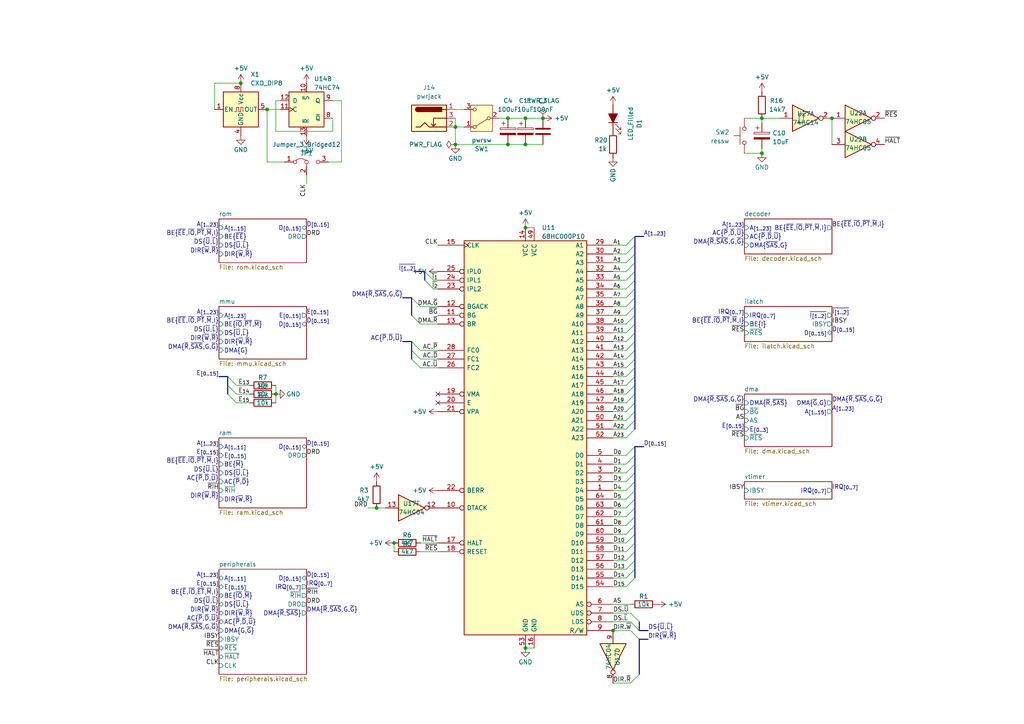
<source format=kicad_sch>
(kicad_sch (version 20250114) (generator "eeschema") (generator_version "9.0")
  (paper "A4")
  (lib_symbols
    (symbol "74xx:74HC14" (pin_names (offset 1.016))
      (property "Reference" "U" (at 0 1.27 0))
      (property "Value" "74HC14" (at 0 -1.27 0))
      (symbol "74HC14_1_0"
        (pin input line (at -7.62 0 0) (length 3.81) (name "~") (number "1"))
        (pin output inverted (at 7.62 0 180) (length 3.81) (name "~") (number "2"))
      )
      (symbol "74HC14_2_0"
        (pin input line (at -7.62 0 0) (length 3.81) (name "~") (number "3"))
        (pin output inverted (at 7.62 0 180) (length 3.81) (name "~") (number "4"))
      )
      (symbol "74HC14_3_0"
        (pin input line (at -7.62 0 0) (length 3.81) (name "~") (number "5"))
        (pin output inverted (at 7.62 0 180) (length 3.81) (name "~") (number "6"))
      )
      (symbol "74HC14_4_0"
        (pin input line (at -7.62 0 0) (length 3.81) (name "~") (number "9"))
        (pin output inverted (at 7.62 0 180) (length 3.81) (name "~") (number "8"))
      )
      (symbol "74HC14_5_0"
        (pin input line (at -7.62 0 0) (length 3.81) (name "~") (number "11"))
        (pin output inverted (at 7.62 0 180) (length 3.81) (name "~") (number "10"))
      )
      (symbol "74HC14_6_0"
        (pin input line (at -7.62 0 0) (length 3.81) (name "~") (number "13"))
        (pin output inverted (at 7.62 0 180) (length 3.81) (name "~") (number "12"))
      )
      (symbol "74HC14_7_0"
        (pin power_in line (at 0 12.7 270) (length 5.08) (name "VCC") (number "14"))
        (pin power_in line (at 0 -12.7 90) (length 5.08) (name "GND") (number "7"))
      )
    )
    (symbol "74xx:74HC74" (pin_names (offset 1.016))
      (property "Reference" "U" (at -7.62 8.89 0))
      (property "Value" "74HC74" (at -7.62 -8.89 0))
      (symbol "74HC74_1_0"
        (pin input line (at -7.62 2.54 0) (length 2.54) (name "D") (number "2"))
        (pin input clock (at -7.62 0 0) (length 2.54) (name "C") (number "3"))
        (pin input line (at 0 7.62 270) (length 2.54) (name "~{S}") (number "4"))
        (pin input line (at 0 -7.62 90) (length 2.54) (name "~{R}") (number "1"))
        (pin output line (at 7.62 2.54 180) (length 2.54) (name "Q") (number "5"))
        (pin output line (at 7.62 -2.54 180) (length 2.54) (name "~{Q}") (number "6"))
      )
      (symbol "74HC74_2_0"
        (pin input line (at -7.62 2.54 0) (length 2.54) (name "D") (number "12"))
        (pin input clock (at -7.62 0 0) (length 2.54) (name "C") (number "11"))
        (pin input line (at 0 7.62 270) (length 2.54) (name "~{S}") (number "10"))
        (pin input line (at 0 -7.62 90) (length 2.54) (name "~{R}") (number "13"))
        (pin output line (at 7.62 2.54 180) (length 2.54) (name "Q") (number "9"))
        (pin output line (at 7.62 -2.54 180) (length 2.54) (name "~{Q}") (number "8"))
      )
      (symbol "74HC74_3_0"
        (pin power_in line (at 0 10.16 270) (length 2.54) (name "VCC") (number "14"))
        (pin power_in line (at 0 -10.16 90) (length 2.54) (name "GND") (number "7"))
      )
    )
    (symbol "74xx:74LS04"
      (property "Reference" "U" (at 0 1.27 0))
      (property "Value" "74LS04" (at 0 -1.27 0))
      (symbol "74LS04_1_0"
        (pin input line (at -7.62 0 0) (length 3.81) (name "~") (number "1"))
        (pin output inverted (at 7.62 0 180) (length 3.81) (name "~") (number "2"))
      )
      (symbol "74LS04_2_0"
        (pin input line (at -7.62 0 0) (length 3.81) (name "~") (number "3"))
        (pin output inverted (at 7.62 0 180) (length 3.81) (name "~") (number "4"))
      )
      (symbol "74LS04_3_0"
        (pin input line (at -7.62 0 0) (length 3.81) (name "~") (number "5"))
        (pin output inverted (at 7.62 0 180) (length 3.81) (name "~") (number "6"))
      )
      (symbol "74LS04_4_0"
        (pin input line (at -7.62 0 0) (length 3.81) (name "~") (number "9"))
        (pin output inverted (at 7.62 0 180) (length 3.81) (name "~") (number "8"))
      )
      (symbol "74LS04_5_0"
        (pin input line (at -7.62 0 0) (length 3.81) (name "~") (number "11"))
        (pin output inverted (at 7.62 0 180) (length 3.81) (name "~") (number "10"))
      )
      (symbol "74LS04_6_0"
        (pin input line (at -7.62 0 0) (length 3.81) (name "~") (number "13"))
        (pin output inverted (at 7.62 0 180) (length 3.81) (name "~") (number "12"))
      )
      (symbol "74LS04_7_0"
        (pin power_in line (at 0 12.7 270) (length 5.08) (name "VCC") (number "14"))
        (pin power_in line (at 0 -12.7 90) (length 5.08) (name "GND") (number "7"))
      )
    )
    (symbol "74xx:74LS05" (pin_names (offset 1.016))
      (property "Reference" "U" (at 0 1.27 0))
      (property "Value" "74LS05" (at 0 -1.27 0))
      (symbol "74LS05_1_0"
        (pin input line (at -7.62 0 0) (length 3.81) (name "~") (number "1"))
        (pin open_collector inverted (at 7.62 0 180) (length 3.81) (name "~") (number "2"))
      )
      (symbol "74LS05_2_0"
        (pin input line (at -7.62 0 0) (length 3.81) (name "~") (number "3"))
        (pin open_collector inverted (at 7.62 0 180) (length 3.81) (name "~") (number "4"))
      )
      (symbol "74LS05_3_0"
        (pin input line (at -7.62 0 0) (length 3.81) (name "~") (number "5"))
        (pin open_collector inverted (at 7.62 0 180) (length 3.81) (name "~") (number "6"))
      )
      (symbol "74LS05_4_0"
        (pin input line (at -7.62 0 0) (length 3.81) (name "~") (number "9"))
        (pin open_collector inverted (at 7.62 0 180) (length 3.81) (name "~") (number "8"))
      )
      (symbol "74LS05_5_0"
        (pin input line (at -7.62 0 0) (length 3.81) (name "~") (number "11"))
        (pin open_collector inverted (at 7.62 0 180) (length 3.81) (name "~") (number "10"))
      )
      (symbol "74LS05_6_0"
        (pin input line (at -7.62 0 0) (length 3.81) (name "~") (number "13"))
        (pin open_collector inverted (at 7.62 0 180) (length 3.81) (name "~") (number "12"))
      )
      (symbol "74LS05_7_0"
        (pin power_in line (at 0 12.7 270) (length 5.08) (name "VCC") (number "14"))
        (pin power_in line (at 0 -12.7 90) (length 5.08) (name "GND") (number "7"))
      )
    )
    (symbol "CPU_NXP_68000:68000D" (pin_names (offset 0.762))
      (property "Reference" "U" (at 0 2.54 0))
      (property "Value" "68000D" (at 0 -3.81 0))
      (symbol "68000D_1_1"
        (pin input clock (at -25.4 55.88 0) (length 7.62) (name "CLK") (number "15"))
        (pin input inverted (at -25.4 48.26 0) (length 7.62) (name "IPL0") (number "25"))
        (pin input inverted (at -25.4 45.72 0) (length 7.62) (name "IPL1") (number "24"))
        (pin input inverted (at -25.4 43.18 0) (length 7.62) (name "IPL2") (number "23"))
        (pin input inverted (at -25.4 38.1 0) (length 7.62) (name "BGACK") (number "12"))
        (pin output inverted (at -25.4 35.56 0) (length 7.62) (name "BG") (number "11"))
        (pin input inverted (at -25.4 33.02 0) (length 7.62) (name "BR") (number "13"))
        (pin output line (at -25.4 25.4 0) (length 7.62) (name "FC0") (number "28"))
        (pin output line (at -25.4 22.86 0) (length 7.62) (name "FC1") (number "27"))
        (pin output line (at -25.4 20.32 0) (length 7.62) (name "FC2") (number "26"))
        (pin output inverted (at -25.4 12.7 0) (length 7.62) (name "VMA") (number "19"))
        (pin output line (at -25.4 10.16 0) (length 7.62) (name "E") (number "20"))
        (pin input inverted (at -25.4 7.62 0) (length 7.62) (name "VPA") (number "21"))
        (pin input inverted (at -25.4 -15.24 0) (length 7.62) (name "BERR") (number "22"))
        (pin input inverted (at -25.4 -20.32 0) (length 7.62) (name "DTACK") (number "10"))
        (pin bidirectional inverted (at -25.4 -30.48 0) (length 7.62) (name "HALT") (number "17"))
        (pin bidirectional inverted (at -25.4 -33.02 0) (length 7.62) (name "RESET") (number "18"))
        (pin power_in line (at 0 60.96 270) (length 3.81) (name "VCC") (number "14"))
        (pin power_in line (at 0 -60.96 90) (length 3.81) (name "GND") (number "53"))
        (pin power_in line (at 2.54 60.96 270) (length 3.81) (name "VCC") (number "49"))
        (pin power_in line (at 2.54 -60.96 90) (length 3.81) (name "GND") (number "16"))
        (pin output line (at 25.4 55.88 180) (length 7.62) (name "A1") (number "29"))
        (pin output line (at 25.4 53.34 180) (length 7.62) (name "A2") (number "30"))
        (pin output line (at 25.4 50.8 180) (length 7.62) (name "A3") (number "31"))
        (pin output line (at 25.4 48.26 180) (length 7.62) (name "A4") (number "32"))
        (pin output line (at 25.4 45.72 180) (length 7.62) (name "A5") (number "33"))
        (pin output line (at 25.4 43.18 180) (length 7.62) (name "A6") (number "34"))
        (pin output line (at 25.4 40.64 180) (length 7.62) (name "A7") (number "35"))
        (pin output line (at 25.4 38.1 180) (length 7.62) (name "A8") (number "36"))
        (pin output line (at 25.4 35.56 180) (length 7.62) (name "A9") (number "37"))
        (pin output line (at 25.4 33.02 180) (length 7.62) (name "A10") (number "38"))
        (pin output line (at 25.4 30.48 180) (length 7.62) (name "A11") (number "39"))
        (pin output line (at 25.4 27.94 180) (length 7.62) (name "A12") (number "40"))
        (pin output line (at 25.4 25.4 180) (length 7.62) (name "A13") (number "41"))
        (pin output line (at 25.4 22.86 180) (length 7.62) (name "A14") (number "42"))
        (pin output line (at 25.4 20.32 180) (length 7.62) (name "A15") (number "43"))
        (pin output line (at 25.4 17.78 180) (length 7.62) (name "A16") (number "44"))
        (pin output line (at 25.4 15.24 180) (length 7.62) (name "A17") (number "45"))
        (pin output line (at 25.4 12.7 180) (length 7.62) (name "A18") (number "46"))
        (pin output line (at 25.4 10.16 180) (length 7.62) (name "A19") (number "47"))
        (pin output line (at 25.4 7.62 180) (length 7.62) (name "A20") (number "48"))
        (pin output line (at 25.4 5.08 180) (length 7.62) (name "A21") (number "50"))
        (pin output line (at 25.4 2.54 180) (length 7.62) (name "A22") (number "51"))
        (pin output line (at 25.4 0 180) (length 7.62) (name "A23") (number "52"))
        (pin bidirectional line (at 25.4 -5.08 180) (length 7.62) (name "D0") (number "5"))
        (pin bidirectional line (at 25.4 -7.62 180) (length 7.62) (name "D1") (number "4"))
        (pin bidirectional line (at 25.4 -10.16 180) (length 7.62) (name "D2") (number "3"))
        (pin bidirectional line (at 25.4 -12.7 180) (length 7.62) (name "D3") (number "2"))
        (pin bidirectional line (at 25.4 -15.24 180) (length 7.62) (name "D4") (number "1"))
        (pin bidirectional line (at 25.4 -17.78 180) (length 7.62) (name "D5") (number "64"))
        (pin bidirectional line (at 25.4 -20.32 180) (length 7.62) (name "D6") (number "63"))
        (pin bidirectional line (at 25.4 -22.86 180) (length 7.62) (name "D7") (number "62"))
        (pin bidirectional line (at 25.4 -25.4 180) (length 7.62) (name "D8") (number "61"))
        (pin bidirectional line (at 25.4 -27.94 180) (length 7.62) (name "D9") (number "60"))
        (pin bidirectional line (at 25.4 -30.48 180) (length 7.62) (name "D10") (number "59"))
        (pin bidirectional line (at 25.4 -33.02 180) (length 7.62) (name "D11") (number "58"))
        (pin bidirectional line (at 25.4 -35.56 180) (length 7.62) (name "D12") (number "57"))
        (pin bidirectional line (at 25.4 -38.1 180) (length 7.62) (name "D13") (number "56"))
        (pin bidirectional line (at 25.4 -40.64 180) (length 7.62) (name "D14") (number "55"))
        (pin bidirectional line (at 25.4 -43.18 180) (length 7.62) (name "D15") (number "54"))
        (pin output inverted (at 25.4 -48.26 180) (length 7.62) (name "AS") (number "6"))
        (pin output inverted (at 25.4 -50.8 180) (length 7.62) (name "UDS") (number "7"))
        (pin output inverted (at 25.4 -53.34 180) (length 7.62) (name "LDS") (number "8"))
        (pin output line (at 25.4 -55.88 180) (length 7.62) (name "R/W") (number "9"))
      )
    )
    (symbol "Connector:Barrel_Jack_Switch" (pin_names (hide yes))
      (property "Reference" "J" (at 0 5.334 0))
      (property "Value" "Barrel_Jack_Switch" (at 0 -5.08 0))
      (symbol "Barrel_Jack_Switch_1_1"
        (pin passive line (at 7.62 2.54 180) (length 2.54) (name "~") (number "1"))
        (pin passive line (at 7.62 0 180) (length 2.54) (name "~") (number "3"))
        (pin passive line (at 7.62 -2.54 180) (length 2.54) (name "~") (number "2"))
      )
    )
    (symbol "Device:C" (pin_numbers (hide yes)) (pin_names (offset 0.254))
      (property "Reference" "C" (at 0.635 2.54 0))
      (property "Value" "C" (at 0.635 -2.54 0))
      (symbol "C_1_1"
        (pin passive line (at 0 3.81 270) (length 2.794) (name "~") (number "1"))
        (pin passive line (at 0 -3.81 90) (length 2.794) (name "~") (number "2"))
      )
    )
    (symbol "Device:C_Polarized" (pin_numbers (hide yes)) (pin_names (offset 0.254))
      (property "Reference" "C" (at 0.635 2.54 0))
      (property "Value" "C_Polarized" (at 0.635 -2.54 0))
      (symbol "C_Polarized_1_1"
        (pin passive line (at 0 3.81 270) (length 2.794) (name "~") (number "1"))
        (pin passive line (at 0 -3.81 90) (length 2.794) (name "~") (number "2"))
      )
    )
    (symbol "Device:LED_Filled" (pin_numbers (hide yes)) (pin_names (offset 1.016) (hide yes))
      (property "Reference" "D" (at 0 2.54 0))
      (property "Value" "LED_Filled" (at 0 -2.54 0))
      (symbol "LED_Filled_1_1"
        (pin passive line (at -3.81 0 0) (length 2.54) (name "K") (number "1"))
        (pin passive line (at 3.81 0 180) (length 2.54) (name "A") (number "2"))
      )
    )
    (symbol "Device:R" (pin_numbers (hide yes)) (pin_names (offset 0))
      (property "Reference" "R" (at 2.032 0 90))
      (property "Value" "R" (at 0 0 90))
      (symbol "R_1_1"
        (pin passive line (at 0 3.81 270) (length 1.27) (name "~") (number "1"))
        (pin passive line (at 0 -3.81 90) (length 1.27) (name "~") (number "2"))
      )
    )
    (symbol "Jumper:Jumper_3_Bridged12" (pin_names (offset 0) (hide yes)) (in_bom no)
      (property "Reference" "JP" (at -2.54 -2.54 0))
      (property "Value" "Jumper_3_Bridged12" (at 0 2.794 0))
      (symbol "Jumper_3_Bridged12_1_1"
        (pin passive line (at -6.35 0 0) (length 2.54) (name "A") (number "1"))
        (pin passive line (at 0 -3.81 90) (length 2.54) (name "C") (number "2"))
        (pin passive line (at 6.35 0 180) (length 2.54) (name "B") (number "3"))
      )
    )
    (symbol "Oscillator:CXO_DIP8" (pin_names (offset 0.254))
      (property "Reference" "X" (at -5.08 6.35 0))
      (property "Value" "CXO_DIP8" (at 1.27 -6.35 0))
      (symbol "CXO_DIP8_1_1"
        (pin input line (at -7.62 0 0) (length 2.54) (name "EN") (number "1"))
        (pin power_in line (at 0 7.62 270) (length 2.54) (name "Vcc") (number "8"))
        (pin power_in line (at 0 -7.62 90) (length 2.54) (name "GND") (number "4"))
        (pin output line (at 7.62 0 180) (length 2.54) (name "OUT") (number "5"))
      )
    )
    (symbol "Switch:SW_Push" (pin_numbers (hide yes)) (pin_names (offset 1.016) (hide yes))
      (property "Reference" "SW2" (at 1.2701 -1.27 90))
      (property "Value" "SW_Push" (at -1.2699 -1.27 90))
      (symbol "SW_Push_0_1"
        (pin passive line (at -5.08 0 0) (length 2.54) (name "1") (number "1"))
        (pin passive line (at 5.08 0 180) (length 2.54) (name "3") (number "3"))
      )
    )
    (symbol "Switch:SW_SPDT" (pin_names (offset 0) (hide yes))
      (property "Reference" "SW" (at 0 5.08 0))
      (property "Value" "SW_SPDT" (at 0 -5.08 0))
      (symbol "SW_SPDT_1_1"
        (pin passive line (at -5.08 0 0) (length 2.54) (name "B") (number "2"))
        (pin passive line (at 5.08 2.54 180) (length 2.54) (name "A") (number "1"))
        (pin passive line (at 5.08 -2.54 180) (length 2.54) (name "C") (number "3"))
      )
    )
    (symbol "power:+9V" (power) (pin_numbers (hide yes)) (pin_names (offset 0) (hide yes))
      (property "Value" "+9V" (at 0 3.556 0))
      (symbol "+9V_1_1"
        (pin power_in line (at 0 0 90) (length 0) (name "~") (number "1"))
      )
    )
    (symbol "power:GND" (power) (pin_numbers (hide yes)) (pin_names (offset 0) (hide yes))
      (property "Value" "GND" (at 0 -3.81 0))
      (symbol "GND_1_1"
        (pin power_in line (at 0 0 270) (length 0) (name "~") (number "1"))
      )
    )
    (symbol "power:PWR_FLAG" (power) (pin_numbers (hide yes)) (pin_names (offset 0) (hide yes))
      (property "Value" "PWR_FLAG" (at 0 3.81 0))
      (symbol "PWR_FLAG_0_0"
        (pin power_out line (at 0 0 90) (length 0) (name "~") (number "1"))
      )
    )
  )
  (junction (at 322.58 38.1))
  (junction (at 109.22 147.32))
  (junction (at 220.98 34.29))
  (junction (at 157.48 34.29))
  (junction (at 152.4 41.91))
  (junction (at 147.32 34.29))
  (junction (at 322.58 63.5))
  (junction (at 77.47 31.75))
  (junction (at 220.98 44.45))
  (junction (at 114.3 157.48))
  (junction (at 152.4 187.96))
  (junction (at 132.08 36.83))
  (junction (at 152.4 34.29))
  (junction (at 152.4 66.04))
  (junction (at 132.08 41.91))
  (junction (at 241.3 34.29))
  (junction (at 177.8 182.88))
  (junction (at 80.01 114.3))
  (junction (at 69.85 24.13))
  (junction (at 147.32 41.91))
  (junction (at 322.58 71.12))
  (no_connect (at 337.82 71.12))
  (no_connect (at 127 116.84))
  (no_connect (at 337.82 45.72))
  (no_connect (at 127 114.3))
  (no_connect (at 337.82 63.5))
  (no_connect (at 337.82 78.74))
  (no_connect (at 337.82 38.1))
  (bus_entry (at 181.61 73.66) (size 2.54 -2.54))
  (bus_entry (at 181.61 116.84) (size 2.54 -2.54))
  (bus_entry (at 181.61 162.56) (size 2.54 -2.54))
  (bus_entry (at 185.42 195.58) (size -2.54 2.54))
  (bus_entry (at 181.61 139.7) (size 2.54 -2.54))
  (bus_entry (at 181.61 71.12) (size 2.54 -2.54))
  (bus_entry (at 119.38 91.44) (size 2.54 2.54))
  (bus_entry (at 181.61 99.06) (size 2.54 -2.54))
  (bus_entry (at 66.04 114.3) (size 2.54 2.54))
  (bus_entry (at 181.61 134.62) (size 2.54 -2.54))
  (bus_entry (at 123.19 81.28) (size 2.54 2.54))
  (bus_entry (at 185.42 182.88) (size -2.54 -2.54))
  (bus_entry (at 181.61 86.36) (size 2.54 -2.54))
  (bus_entry (at 181.61 109.22) (size 2.54 -2.54))
  (bus_entry (at 181.61 101.6) (size 2.54 -2.54))
  (bus_entry (at 181.61 76.2) (size 2.54 -2.54))
  (bus_entry (at 181.61 78.74) (size 2.54 -2.54))
  (bus_entry (at 181.61 147.32) (size 2.54 -2.54))
  (bus_entry (at 181.61 127) (size 2.54 -2.54))
  (bus_entry (at 181.61 149.86) (size 2.54 -2.54))
  (bus_entry (at 181.61 160.02) (size 2.54 -2.54))
  (bus_entry (at 66.04 111.76) (size 2.54 2.54))
  (bus_entry (at 181.61 81.28) (size 2.54 -2.54))
  (bus_entry (at 181.61 111.76) (size 2.54 -2.54))
  (bus_entry (at 181.61 88.9) (size 2.54 -2.54))
  (bus_entry (at 185.42 185.42) (size -2.54 -2.54))
  (bus_entry (at 66.04 109.22) (size 2.54 2.54))
  (bus_entry (at 181.61 142.24) (size 2.54 -2.54))
  (bus_entry (at 181.61 96.52) (size 2.54 -2.54))
  (bus_entry (at 181.61 137.16) (size 2.54 -2.54))
  (bus_entry (at 181.61 167.64) (size 2.54 -2.54))
  (bus_entry (at 119.38 104.14) (size 2.54 2.54))
  (bus_entry (at 181.61 132.08) (size 2.54 -2.54))
  (bus_entry (at 185.42 180.34) (size -2.54 -2.54))
  (bus_entry (at 181.61 83.82) (size 2.54 -2.54))
  (bus_entry (at 181.61 144.78) (size 2.54 -2.54))
  (bus_entry (at 181.61 104.14) (size 2.54 -2.54))
  (bus_entry (at 181.61 170.18) (size 2.54 -2.54))
  (bus_entry (at 181.61 114.3) (size 2.54 -2.54))
  (bus_entry (at 181.61 106.68) (size 2.54 -2.54))
  (bus_entry (at 181.61 152.4) (size 2.54 -2.54))
  (bus_entry (at 181.61 93.98) (size 2.54 -2.54))
  (bus_entry (at 181.61 154.94) (size 2.54 -2.54))
  (bus_entry (at 181.61 165.1) (size 2.54 -2.54))
  (bus_entry (at 181.61 124.46) (size 2.54 -2.54))
  (bus_entry (at 119.38 99.06) (size 2.54 2.54))
  (bus_entry (at 119.38 101.6) (size 2.54 2.54))
  (bus_entry (at 181.61 119.38) (size 2.54 -2.54))
  (bus_entry (at 123.19 78.74) (size 2.54 2.54))
  (bus_entry (at 181.61 91.44) (size 2.54 -2.54))
  (bus_entry (at 119.38 86.36) (size 2.54 2.54))
  (bus_entry (at 181.61 121.92) (size 2.54 -2.54))
  (bus_entry (at 181.61 157.48) (size 2.54 -2.54))
  (wire (pts (xy 177.8 198.12) (xy 182.88 198.12)))
  (bus (pts (xy 184.15 83.82) (xy 184.15 81.28)))
  (wire (pts (xy 81.28 29.21) (xy 80.01 29.21)))
  (wire (pts (xy 132.08 36.83) (xy 134.62 36.83)))
  (wire (pts (xy 132.08 31.75) (xy 134.62 31.75)))
  (bus (pts (xy 184.15 73.66) (xy 184.15 71.12)))
  (wire (pts (xy 220.98 34.29) (xy 226.06 34.29)))
  (bus (pts (xy 184.15 137.16) (xy 184.15 134.62)))
  (bus (pts (xy 184.15 132.08) (xy 184.15 129.54)))
  (wire (pts (xy 177.8 134.62) (xy 181.61 134.62)))
  (wire (pts (xy 121.92 160.02) (xy 127 160.02)))
  (wire (pts (xy 182.88 182.88) (xy 177.8 182.88)))
  (wire (pts (xy 62.23 24.13) (xy 62.23 31.75)))
  (wire (pts (xy 177.8 124.46) (xy 181.61 124.46)))
  (bus (pts (xy 66.04 111.76) (xy 66.04 114.3)))
  (wire (pts (xy 68.58 111.76) (xy 72.39 111.76)))
  (bus (pts (xy 184.15 86.36) (xy 184.15 83.82)))
  (wire (pts (xy 132.08 34.29) (xy 132.08 36.83)))
  (wire (pts (xy 77.47 31.75) (xy 81.28 31.75)))
  (wire (pts (xy 177.8 81.28) (xy 181.61 81.28)))
  (bus (pts (xy 184.15 91.44) (xy 184.15 88.9)))
  (wire (pts (xy 177.8 121.92) (xy 181.61 121.92)))
  (wire (pts (xy 177.8 106.68) (xy 181.61 106.68)))
  (bus (pts (xy 184.15 76.2) (xy 184.15 73.66)))
  (wire (pts (xy 177.8 144.78) (xy 181.61 144.78)))
  (bus (pts (xy 184.15 88.9) (xy 184.15 86.36)))
  (wire (pts (xy 177.8 160.02) (xy 181.61 160.02)))
  (bus (pts (xy 184.15 111.76) (xy 184.15 109.22)))
  (wire (pts (xy 177.8 147.32) (xy 181.61 147.32)))
  (wire (pts (xy 80.01 38.1) (xy 96.52 38.1)))
  (wire (pts (xy 147.32 34.29) (xy 152.4 34.29)))
  (wire (pts (xy 177.8 127) (xy 181.61 127)))
  (wire (pts (xy 241.3 34.29) (xy 241.3 41.91)))
  (bus (pts (xy 184.15 106.68) (xy 184.15 104.14)))
  (bus (pts (xy 184.15 149.86) (xy 184.15 147.32)))
  (bus (pts (xy 119.38 99.06) (xy 119.38 101.6)))
  (bus (pts (xy 184.15 116.84) (xy 184.15 119.38)))
  (wire (pts (xy 177.8 109.22) (xy 181.61 109.22)))
  (wire (pts (xy 177.8 88.9) (xy 181.61 88.9)))
  (wire (pts (xy 177.8 154.94) (xy 181.61 154.94)))
  (bus (pts (xy 184.15 119.38) (xy 184.15 121.92)))
  (wire (pts (xy 177.8 93.98) (xy 181.61 93.98)))
  (wire (pts (xy 177.8 91.44) (xy 181.61 91.44)))
  (wire (pts (xy 177.8 132.08) (xy 181.61 132.08)))
  (bus (pts (xy 184.15 71.12) (xy 184.15 68.58)))
  (bus (pts (xy 63.5 109.22) (xy 66.04 109.22)))
  (wire (pts (xy 177.8 78.74) (xy 181.61 78.74)))
  (bus (pts (xy 184.15 167.64) (xy 184.15 165.1)))
  (bus (pts (xy 184.15 78.74) (xy 184.15 76.2)))
  (wire (pts (xy 121.92 157.48) (xy 127 157.48)))
  (bus (pts (xy 119.38 86.36) (xy 119.38 91.44)))
  (wire (pts (xy 177.8 142.24) (xy 181.61 142.24)))
  (wire (pts (xy 177.8 119.38) (xy 181.61 119.38)))
  (wire (pts (xy 182.88 175.26) (xy 177.8 175.26)))
  (wire (pts (xy 177.8 139.7) (xy 181.61 139.7)))
  (wire (pts (xy 177.8 101.6) (xy 181.61 101.6)))
  (bus (pts (xy 187.96 185.42) (xy 185.42 185.42)))
  (bus (pts (xy 184.15 104.14) (xy 184.15 101.6)))
  (wire (pts (xy 80.01 114.3) (xy 80.01 116.84)))
  (wire (pts (xy 177.8 76.2) (xy 181.61 76.2)))
  (wire (pts (xy 121.92 104.14) (xy 127 104.14)))
  (bus (pts (xy 184.15 134.62) (xy 184.15 132.08)))
  (wire (pts (xy 106.68 147.32) (xy 109.22 147.32)))
  (wire (pts (xy 144.78 34.29) (xy 147.32 34.29)))
  (bus (pts (xy 184.15 139.7) (xy 184.15 137.16)))
  (wire (pts (xy 77.47 31.75) (xy 77.47 46.99)))
  (bus (pts (xy 184.15 93.98) (xy 184.15 91.44)))
  (bus (pts (xy 184.15 147.32) (xy 184.15 144.78)))
  (wire (pts (xy 177.8 104.14) (xy 181.61 104.14)))
  (wire (pts (xy 177.8 152.4) (xy 181.61 152.4)))
  (wire (pts (xy 121.92 88.9) (xy 127 88.9)))
  (bus (pts (xy 184.15 114.3) (xy 184.15 111.76)))
  (wire (pts (xy 177.8 99.06) (xy 181.61 99.06)))
  (wire (pts (xy 132.08 36.83) (xy 132.08 41.91)))
  (wire (pts (xy 177.8 170.18) (xy 181.61 170.18)))
  (wire (pts (xy 215.9 34.29) (xy 220.98 34.29)))
  (bus (pts (xy 185.42 182.88) (xy 185.42 180.34)))
  (bus (pts (xy 184.15 157.48) (xy 184.15 154.94)))
  (wire (pts (xy 182.88 180.34) (xy 177.8 180.34)))
  (bus (pts (xy 184.15 114.3) (xy 184.15 116.84)))
  (wire (pts (xy 121.92 106.68) (xy 127 106.68)))
  (wire (pts (xy 220.98 44.45) (xy 220.98 43.18)))
  (bus (pts (xy 184.15 160.02) (xy 184.15 157.48)))
  (wire (pts (xy 69.85 24.13) (xy 62.23 24.13)))
  (bus (pts (xy 184.15 68.58) (xy 186.69 68.58)))
  (bus (pts (xy 184.15 154.94) (xy 184.15 152.4)))
  (bus (pts (xy 184.15 96.52) (xy 184.15 93.98)))
  (wire (pts (xy 125.73 81.28) (xy 127 81.28)))
  (wire (pts (xy 177.8 149.86) (xy 181.61 149.86)))
  (wire (pts (xy 88.9 50.8) (xy 88.9 53.34)))
  (wire (pts (xy 68.58 116.84) (xy 72.39 116.84)))
  (wire (pts (xy 177.8 116.84) (xy 181.61 116.84)))
  (wire (pts (xy 177.8 86.36) (xy 181.61 86.36)))
  (bus (pts (xy 184.15 129.54) (xy 186.69 129.54)))
  (bus (pts (xy 184.15 152.4) (xy 184.15 149.86)))
  (wire (pts (xy 147.32 41.91) (xy 152.4 41.91)))
  (wire (pts (xy 114.3 157.48) (xy 114.3 160.02)))
  (bus (pts (xy 184.15 162.56) (xy 184.15 160.02)))
  (wire (pts (xy 96.52 38.1) (xy 96.52 34.29)))
  (wire (pts (xy 77.47 46.99) (xy 82.55 46.99)))
  (wire (pts (xy 152.4 66.04) (xy 154.94 66.04)))
  (wire (pts (xy 177.8 111.76) (xy 181.61 111.76)))
  (wire (pts (xy 152.4 41.91) (xy 157.48 41.91)))
  (wire (pts (xy 99.06 29.21) (xy 99.06 46.99)))
  (bus (pts (xy 187.96 182.88) (xy 185.42 182.88)))
  (wire (pts (xy 322.58 63.5) (xy 322.58 71.12)))
  (bus (pts (xy 184.15 121.92) (xy 184.15 124.46)))
  (wire (pts (xy 177.8 162.56) (xy 181.61 162.56)))
  (wire (pts (xy 68.58 114.3) (xy 72.39 114.3)))
  (wire (pts (xy 177.8 137.16) (xy 181.61 137.16)))
  (wire (pts (xy 322.58 71.12) (xy 322.58 78.74)))
  (wire (pts (xy 99.06 46.99) (xy 95.25 46.99)))
  (wire (pts (xy 177.8 167.64) (xy 181.61 167.64)))
  (wire (pts (xy 182.88 177.8) (xy 177.8 177.8)))
  (wire (pts (xy 177.8 73.66) (xy 181.61 73.66)))
  (wire (pts (xy 177.8 157.48) (xy 181.61 157.48)))
  (wire (pts (xy 121.92 101.6) (xy 127 101.6)))
  (wire (pts (xy 215.9 44.45) (xy 220.98 44.45)))
  (wire (pts (xy 220.98 34.29) (xy 220.98 35.56)))
  (bus (pts (xy 123.19 78.74) (xy 123.19 81.28)))
  (bus (pts (xy 184.15 81.28) (xy 184.15 78.74)))
  (bus (pts (xy 119.38 101.6) (xy 119.38 104.14)))
  (wire (pts (xy 177.8 165.1) (xy 181.61 165.1)))
  (wire (pts (xy 125.73 83.82) (xy 127 83.82)))
  (wire (pts (xy 109.22 147.32) (xy 111.76 147.32)))
  (bus (pts (xy 184.15 99.06) (xy 184.15 96.52)))
  (bus (pts (xy 185.42 185.42) (xy 185.42 195.58)))
  (wire (pts (xy 152.4 187.96) (xy 154.94 187.96)))
  (wire (pts (xy 121.92 93.98) (xy 127 93.98)))
  (wire (pts (xy 152.4 34.29) (xy 157.48 34.29)))
  (bus (pts (xy 184.15 101.6) (xy 184.15 99.06)))
  (wire (pts (xy 80.01 29.21) (xy 80.01 38.1)))
  (wire (pts (xy 80.01 111.76) (xy 80.01 114.3)))
  (wire (pts (xy 132.08 41.91) (xy 147.32 41.91)))
  (bus (pts (xy 66.04 109.22) (xy 66.04 111.76)))
  (wire (pts (xy 177.8 114.3) (xy 181.61 114.3)))
  (bus (pts (xy 184.15 165.1) (xy 184.15 162.56)))
  (wire (pts (xy 96.52 29.21) (xy 99.06 29.21)))
  (wire (pts (xy 322.58 38.1) (xy 322.58 45.72)))
  (bus (pts (xy 120.65 78.74) (xy 123.19 78.74)))
  (bus (pts (xy 116.84 99.06) (xy 119.38 99.06)))
  (wire (pts (xy 177.8 96.52) (xy 181.61 96.52)))
  (bus (pts (xy 116.84 86.36) (xy 119.38 86.36)))
  (bus (pts (xy 184.15 142.24) (xy 184.15 139.7)))
  (wire (pts (xy 177.8 83.82) (xy 181.61 83.82)))
  (wire (pts (xy 177.8 71.12) (xy 181.61 71.12)))
  (bus (pts (xy 184.15 109.22) (xy 184.15 106.68)))
  (bus (pts (xy 184.15 144.78) (xy 184.15 142.24)))
  (label "D_{6}" (at 177.8 147.32 0))
  (label "A_{14}" (at 177.8 104.14 0))
  (label "D_{10}" (at 177.8 157.48 0))
  (label "A_{22}" (at 177.8 124.46 0))
  (label "DIR{~{W},~{R}}" (at 63.5 177.8 180))
  (label "E_{13}" (at 72.39 111.76 180))
  (label "DIR{~{W},~{R}}" (at 187.96 185.42 0))
  (label "BE{~{EE},~{IO},~{PT},~{M},I}" (at 63.5 68.58 180))
  (label "CLK" (at 127 71.12 180))
  (label "~{HALT}" (at 127 157.48 180))
  (label "A_{5}" (at 177.8 81.28 0))
  (label "D_{12}" (at 177.8 162.56 0))
  (label "AC{~{P},~{D},~{U}}" (at 116.84 99.06 180))
  (label "D_{[0..15]}" (at 186.69 129.54 0))
  (label "DMA{~{R},~{SAS},G,~{G}}" (at 116.84 86.36 180))
  (label "D_{15}" (at 177.8 170.18 0))
  (label "D_{[0..15]}" (at 88.9 66.04 0))
  (label "E_{[0..15]}" (at 63.5 170.18 180))
  (label "D_{[0..15]}" (at 88.9 167.64 0))
  (label "A_{21}" (at 177.8 121.92 0))
  (label "AC{~{P},~{D},~{U}}" (at 63.5 139.7 180))
  (label "A_{6}" (at 177.8 83.82 0))
  (label "~{I_{1}}" (at 127 81.28 180))
  (label "D_{8}" (at 177.8 152.4 0))
  (label "AC.~{D}" (at 127 104.14 180))
  (label "A_{15}" (at 177.8 106.68 0))
  (label "A_{1}" (at 177.8 71.12 0))
  (label "A_{[1..23]}" (at 63.5 66.04 180))
  (label "DRD" (at 106.68 147.32 180))
  (label "~{BG}" (at 127 91.44 180))
  (label "A_{4}" (at 177.8 78.74 0))
  (label "AC.~{U}" (at 127 106.68 180))
  (label "A_{18}" (at 177.8 114.3 0))
  (label "DIR.~{W}" (at 177.8 182.88 0))
  (label "A_{11}" (at 177.8 96.52 0))
  (label "IBSY" (at 63.5 185.42 180))
  (label "DMA{~{R},~{SAS},G,~{G}}" (at 241.3 116.84 0))
  (label "A_{16}" (at 177.8 109.22 0))
  (label "A_{19}" (at 177.8 116.84 0))
  (label "AS" (at 215.9 121.92 180))
  (label "~{BG}" (at 215.9 119.38 180))
  (label "A_{[1..23]}" (at 241.3 119.38 0))
  (label "E_{[0..15]}" (at 63.5 109.22 180))
  (label "AC.~{P}" (at 127 101.6 180))
  (label "IBSY" (at 215.9 142.24 180))
  (label "~{I_{[1..2]}}" (at 120.65 78.74 180))
  (label "DS{~{U},~{L}}" (at 63.5 96.52 180))
  (label "E_{15}" (at 72.39 116.84 180))
  (label "~{RES}" (at 127 160.02 180))
  (label "A_{17}" (at 177.8 111.76 0))
  (label "BE{~{EE},~{IO},~{PT},~{M},I}" (at 241.3 66.04 0))
  (label "DMA.~{G}" (at 127 88.9 180))
  (label "D_{13}" (at 177.8 165.1 0))
  (label "D_{1}" (at 177.8 134.62 0))
  (label "D_{5}" (at 177.8 144.78 0))
  (label "BE{~{EE},~{IO},~{PT},~{M},I}" (at 63.5 134.62 180))
  (label "CLK" (at 63.5 193.04 180))
  (label "D_{2}" (at 177.8 137.16 0))
  (label "D_{[0..15]}" (at 241.3 96.52 0))
  (label "A_{2}" (at 177.8 73.66 0))
  (label "IBSY" (at 241.3 93.98 0))
  (label "DS{~{U},~{L}}" (at 63.5 137.16 180))
  (label "DMA{~{R},~{SAS},G,~{G}}" (at 215.9 71.12 180))
  (label "AC{~{P},~{D},~{U}}" (at 215.9 68.58 180))
  (label "IRQ_{[0..7]}" (at 215.9 91.44 180))
  (label "A_{8}" (at 177.8 88.9 0))
  (label "A_{20}" (at 177.8 119.38 0))
  (label "DIR{~{W},~{R}}" (at 63.5 99.06 180))
  (label "DS{~{U},~{L}}" (at 63.5 71.12 180))
  (label "BE{~{EE},~{IO},~{PT},~{M},I}" (at 215.9 93.98 180))
  (label "~{RES}" (at 256.54 34.29 0))
  (label "A_{[1..23]}" (at 186.69 68.58 0))
  (label "A_{[1..23]}" (at 63.5 167.64 180))
  (label "E_{[0..15]}" (at 215.9 124.46 180))
  (label "A_{12}" (at 177.8 99.06 0))
  (label "A_{13}" (at 177.8 101.6 0))
  (label "~{RIH}" (at 63.5 142.24 180))
  (label "E_{[0..15]}" (at 88.9 91.44 0))
  (label "AC{~{P},~{D},~{U}}" (at 63.5 180.34 180))
  (label "D_{0}" (at 177.8 132.08 0))
  (label "DRD" (at 88.9 68.58 0))
  (label "D_{7}" (at 177.8 149.86 0))
  (label "D_{11}" (at 177.8 160.02 0))
  (label "DMA{~{R},~{SAS},G,~{G}}" (at 63.5 101.6 180))
  (label "IRQ_{[0..7]}" (at 88.9 170.18 0))
  (label "DS.~{U}" (at 177.8 177.8 0))
  (label "A_{[1..23]}" (at 215.9 66.04 180))
  (label "A_{[1..23]}" (at 63.5 129.54 180))
  (label "D_{[0..15]}" (at 88.9 93.98 0))
  (label "~{HALT}" (at 63.5 190.5 180))
  (label "A_{9}" (at 177.8 91.44 0))
  (label "DIR.~{R}" (at 177.8 198.12 0))
  (label "DIR{~{W},~{R}}" (at 63.5 144.78 180))
  (label "~{RES}" (at 63.5 187.96 180))
  (label "D_{4}" (at 177.8 142.24 0))
  (label "~{I_{[1..2]}}" (at 241.3 91.44 0))
  (label "DMA{~{R},~{SAS},G,~{G}}" (at 63.5 182.88 180))
  (label "D_{[0..15]}" (at 88.9 129.54 0))
  (label "DIR{~{W},~{R}}" (at 63.5 73.66 180))
  (label "~{RIH}" (at 88.9 172.72 0))
  (label "DMA.~{R}" (at 127 93.98 180))
  (label "DMA{~{R},~{SAS},G,~{G}}" (at 88.9 177.8 0))
  (label "AS" (at 177.8 175.26 0))
  (label "D_{3}" (at 177.8 139.7 0))
  (label "DS{~{U},~{L}}" (at 187.96 182.88 0))
  (label "~{RES}" (at 215.9 127 180))
  (label "BE{~{E},~{IO},~{ET},~{M},I}" (at 63.5 172.72 180))
  (label "A_{7}" (at 177.8 86.36 0))
  (label "DRD" (at 88.9 175.26 0))
  (label "DS{~{U},~{L}}" (at 63.5 175.26 180))
  (label "DS.~{L}" (at 177.8 180.34 0))
  (label "DMA{~{R},~{SAS},G,~{G}}" (at 215.9 116.84 180))
  (label "~{HALT}" (at 256.54 41.91 0))
  (label "A_{10}" (at 177.8 93.98 0))
  (label "D_{14}" (at 177.8 167.64 0))
  (label "~{RES}" (at 215.9 96.52 180))
  (label "E_{14}" (at 72.39 114.3 180))
  (label "~{I_{2}}" (at 127 83.82 180))
  (label "IRQ_{[0..7]}" (at 241.3 142.24 0))
  (label "CLK" (at 88.9 53.34 270))
  (label "D_{9}" (at 177.8 154.94 0))
  (label "A_{3}" (at 177.8 76.2 0))
  (label "A_{[1..23]}" (at 63.5 91.44 180))
  (label "E_{[0..15]}" (at 63.5 132.08 180))
  (label "DRD" (at 88.9 132.08 0))
  (label "BE{~{EE},~{IO},~{PT},~{M},I}" (at 63.5 93.98 180))
  (label "A_{23}" (at 177.8 127 0))
  (symbol (lib_id "power:PWR_FLAG") (at 132.08 41.91 90) (mirror x) (unit 1)
    (property "Reference" "#FLG01" (effects (hide yes)))
    (property "Value" "PWR_FLAG" (at 128.27 41.9099 90) (effects (justify left)))
    (property "Description" "Special symbol for telling ERC where power comes from" (effects (hide yes)))
  )
  (symbol (lib_id "74xx:74HC14") (at 330.2 45.72 0) (unit 5)
    (property "Reference" "U27" (at 330.2 44.45 0))
    (property "Value" "74HC14" (at 330.2 46.99 0))
    (property "Footprint" "Package_DIP:DIP-14_W7.62mm" (effects (hide yes)))
  )
  (symbol (lib_id "power:GND") (at 220.98 44.45 0) (mirror y) (unit 1)
    (property "Reference" "#PWR0200" (effects (hide yes)))
    (property "Value" "GND" (at 220.98 48.514 0))
    (property "Description" "Power symbol creates a global label with name \"GND\" , ground" (effects (hide yes)))
  )
  (symbol (lib_id "Device:R") (at 76.2 111.76 270) (mirror x) (unit 1)
    (property "Reference" "R7" (at 76.2 109.474 90))
    (property "Value" "10k" (at 76.2 111.76 90))
    (property "Footprint" "Resistor_THT:R_Axial_DIN0207_L6.3mm_D2.5mm_P2.54mm_Vertical" (effects (hide yes)))
  )
  (symbol (lib_id "power:GND") (at 342.9 10.16 90) (mirror x) (unit 1)
    (property "Reference" "#PWR070" (effects (hide yes)))
    (property "Value" "GND" (at 345.948 10.16 90) (effects (justify right)))
    (property "Description" "Power symbol creates a global label with name \"GND\" , ground" (effects (hide yes)))
  )
  (symbol (lib_id "Connector:Barrel_Jack_Switch") (at 124.46 34.29 0) (unit 1)
    (property "Reference" "J14" (at 124.46 25.4 0))
    (property "Value" "pwrjack" (at 124.46 27.94 0))
    (property "Footprint" "Connector_BarrelJack:BarrelJack_Horizontal" (effects (hide yes)))
  )
  (symbol (lib_id "Device:C_Polarized") (at 220.98 39.37 0) (unit 1)
    (property "Reference" "C10" (at 224.028 38.608 0) (effects (justify left)))
    (property "Value" "10uF" (at 224.028 41.148 0) (effects (justify left)))
    (property "Footprint" "Capacitor_THT:CP_Radial_D5.0mm_P2.00mm" (effects (hide yes)))
  )
  (symbol (lib_id "Jumper:Jumper_3_Bridged12") (at 88.9 46.99 0) (unit 1) (in_bom no)
    (property "Reference" "JP1" (at 88.9 44.45 0))
    (property "Value" "Jumper_3_Bridged12" (at 88.9 41.91 0))
    (property "Footprint" "Connector_PinHeader_2.54mm:PinHeader_1x03_P2.54mm_Vertical" (effects (hide yes)))
  )
  (symbol (lib_id "74xx:74LS05") (at 248.92 34.29 0) (unit 1)
    (property "Reference" "U22" (at 248.92 32.766 0))
    (property "Value" "74HC05" (at 248.92 35.306 0))
    (property "Footprint" "Package_DIP:DIP-14_W7.62mm" (effects (hide yes)))
  )
  (symbol (lib_id "power:+9V") (at 157.48 34.29 270) (unit 1)
    (property "Reference" "#PWR0223" (effects (hide yes)))
    (property "Value" "+5V" (at 160.782 34.29 90) (effects (justify left)))
    (property "Description" "Power symbol creates a global label with name \"+9V\"" (effects (hide yes)))
  )
  (symbol (lib_id "power:+9V") (at 127 142.24 90) (mirror x) (unit 1)
    (property "Reference" "#PWR06" (effects (hide yes)))
    (property "Value" "+5V" (at 123.698 142.24 90) (effects (justify left)))
    (property "Description" "Power symbol creates a global label with name \"+9V\"" (effects (hide yes)))
  )
  (symbol (lib_id "power:GND") (at 322.58 63.5 270) (unit 1)
    (property "Reference" "#PWR0222" (effects (hide yes)))
    (property "Value" "GND" (at 319.532 63.5 90) (effects (justify right)))
    (property "Description" "Power symbol creates a global label with name \"GND\" , ground" (effects (hide yes)))
  )
  (symbol (lib_id "power:+9V") (at 317.5 0 90) (mirror x) (unit 1)
    (property "Reference" "#PWR067" (effects (hide yes)))
    (property "Value" "+5V" (at 314.198 0 90) (effects (justify left)))
    (property "Description" "Power symbol creates a global label with name \"+9V\"" (effects (hide yes)))
  )
  (symbol (lib_id "power:+9V") (at 69.85 24.13 0) (unit 1)
    (property "Reference" "#PWR08" (effects (hide yes)))
    (property "Value" "+5V" (at 69.85 19.812 0))
    (property "Description" "Power symbol creates a global label with name \"+9V\"" (effects (hide yes)))
  )
  (symbol (lib_id "power:+9V") (at 317.5 10.16 90) (mirror x) (unit 1)
    (property "Reference" "#PWR069" (effects (hide yes)))
    (property "Value" "+5V" (at 314.198 10.16 90) (effects (justify left)))
    (property "Description" "Power symbol creates a global label with name \"+9V\"" (effects (hide yes)))
  )
  (symbol (lib_id "74xx:74LS05") (at 330.2 71.12 0) (unit 5)
    (property "Reference" "U22" (at 330.2 69.596 0))
    (property "Value" "74HC05" (at 330.2 72.136 0))
    (property "Footprint" "Package_DIP:DIP-14_W7.62mm" (effects (hide yes)))
  )
  (symbol (lib_id "74xx:74LS04") (at 177.8 190.5 270) (unit 4)
    (property "Reference" "U17" (at 179.07 190.5 0))
    (property "Value" "74HC04" (at 176.53 190.5 0))
    (property "Footprint" "Package_DIP:DIP-14_W7.62mm" (effects (hide yes)))
  )
  (symbol (lib_id "Oscillator:CXO_DIP8") (at 69.85 31.75 0) (unit 1)
    (property "Reference" "X1" (at 72.644 21.59 0) (effects (justify left)))
    (property "Value" "CXO_DIP8" (at 72.644 24.13 0) (effects (justify left)))
    (property "Footprint" "Oscillator:Oscillator_DIP-8" (effects (hide yes)))
  )
  (symbol (lib_id "power:+9V") (at 127 119.38 90) (mirror x) (unit 1)
    (property "Reference" "#PWR05" (effects (hide yes)))
    (property "Value" "+5V" (at 123.698 119.38 90) (effects (justify left)))
    (property "Description" "Power symbol creates a global label with name \"+9V\"" (effects (hide yes)))
  )
  (symbol (lib_id "power:+9V") (at 88.9 24.13 0) (unit 1)
    (property "Reference" "#PWR0212" (effects (hide yes)))
    (property "Value" "+5V" (at 88.9 19.812 0))
    (property "Description" "Power symbol creates a global label with name \"+9V\"" (effects (hide yes)))
  )
  (symbol (lib_id "power:GND") (at 152.4 187.96 0) (mirror y) (unit 1)
    (property "Reference" "#PWR07" (effects (hide yes)))
    (property "Value" "GND" (at 152.4 192.024 0))
    (property "Description" "Power symbol creates a global label with name \"GND\" , ground" (effects (hide yes)))
  )
  (symbol (lib_id "Device:R") (at 118.11 157.48 90) (unit 1)
    (property "Reference" "R6" (at 118.11 155.194 90))
    (property "Value" "4k7" (at 118.11 157.48 90))
    (property "Footprint" "Resistor_THT:R_Axial_DIN0207_L6.3mm_D2.5mm_P2.54mm_Vertical" (effects (hide yes)))
  )
  (symbol (lib_id "74xx:74HC74") (at 88.9 31.75 0) (unit 2)
    (property "Reference" "U14" (at 91.0433 22.86 0) (effects (justify left)))
    (property "Value" "74HC74" (at 91.0433 25.4 0) (effects (justify left)))
    (property "Footprint" "Package_DIP:DIP-14_W7.62mm" (effects (hide yes)))
  )
  (symbol (lib_id "power:GND") (at 342.9 0 90) (mirror x) (unit 1)
    (property "Reference" "#PWR068" (effects (hide yes)))
    (property "Value" "GND" (at 345.948 0 90) (effects (justify right)))
    (property "Description" "Power symbol creates a global label with name \"GND\" , ground" (effects (hide yes)))
  )
  (symbol (lib_id "power:+9V") (at 177.8 30.48 0) (unit 1)
    (property "Reference" "#PWR0196" (effects (hide yes)))
    (property "Value" "+5V" (at 177.8 26.162 0))
    (property "Description" "Power symbol creates a global label with name \"+9V\"" (effects (hide yes)))
  )
  (symbol (lib_id "power:GND") (at 177.8 45.72 0) (mirror y) (unit 1)
    (property "Reference" "#PWR0213" (effects (hide yes)))
    (property "Value" "GND" (at 177.8 48.768 90) (effects (justify right)))
    (property "Description" "Power symbol creates a global label with name \"GND\" , ground" (effects (hide yes)))
  )
  (symbol (lib_id "74xx:74LS05") (at 330.2 78.74 0) (unit 6)
    (property "Reference" "U22" (at 330.2 77.216 0))
    (property "Value" "74HC05" (at 330.2 79.756 0))
    (property "Footprint" "Package_DIP:DIP-14_W7.62mm" (effects (hide yes)))
  )
  (symbol (lib_id "Device:R") (at 109.22 143.51 0) (mirror y) (unit 1)
    (property "Reference" "R3" (at 106.934 142.24 0) (effects (justify left)))
    (property "Value" "4k7" (at 107.188 144.78 0) (effects (justify left)))
    (property "Footprint" "Resistor_THT:R_Axial_DIN0207_L6.3mm_D2.5mm_P2.54mm_Vertical" (effects (hide yes)))
  )
  (symbol (lib_id "Device:R") (at 76.2 114.3 270) (mirror x) (unit 1)
    (property "Reference" "R8" (at 76.2 112.014 90))
    (property "Value" "10k" (at 76.2 114.3 90))
    (property "Footprint" "Resistor_THT:R_Axial_DIN0207_L6.3mm_D2.5mm_P2.54mm_Vertical" (effects (hide yes)))
  )
  (symbol (lib_id "power:+9V") (at 88.9 39.37 180) (unit 1)
    (property "Reference" "#PWR011" (effects (hide yes)))
    (property "Value" "+5V" (at 88.9 43.688 0))
    (property "Description" "Power symbol creates a global label with name \"+9V\"" (effects (hide yes)))
  )
  (symbol (lib_id "power:+9V") (at 220.98 26.67 0) (unit 1)
    (property "Reference" "#PWR0199" (effects (hide yes)))
    (property "Value" "+5V" (at 220.98 22.352 0))
    (property "Description" "Power symbol creates a global label with name \"+9V\"" (effects (hide yes)))
  )
  (symbol (lib_id "CPU_NXP_68000:68000D") (at 152.4 127 0) (unit 1)
    (property "Reference" "U11" (at 157.1341 66.04 0) (effects (justify left)))
    (property "Value" "68HC000P10" (at 157.1341 68.58 0) (effects (justify left)))
    (property "Footprint" "Package_DIP:DIP-64_W22.86mm" (effects (hide yes)))
  )
  (symbol (lib_id "74xx:74LS05") (at 248.92 41.91 0) (unit 2)
    (property "Reference" "U22" (at 248.92 40.386 0))
    (property "Value" "74HC05" (at 248.92 42.926 0))
    (property "Footprint" "Package_DIP:DIP-14_W7.62mm" (effects (hide yes)))
  )
  (symbol (lib_id "Device:R") (at 118.11 160.02 90) (unit 1)
    (property "Reference" "R5" (at 118.11 157.734 90))
    (property "Value" "4k7" (at 118.11 160.02 90))
    (property "Footprint" "Resistor_THT:R_Axial_DIN0207_L6.3mm_D2.5mm_P2.54mm_Vertical" (effects (hide yes)))
  )
  (symbol (lib_id "power:+9V") (at 109.22 139.7 0) (mirror y) (unit 1)
    (property "Reference" "#PWR03" (effects (hide yes)))
    (property "Value" "+5V" (at 109.22 135.382 0))
    (property "Description" "Power symbol creates a global label with name \"+9V\"" (effects (hide yes)))
  )
  (symbol (lib_id "Device:R") (at 177.8 41.91 0) (unit 1)
    (property "Reference" "R20" (at 176.276 40.64 0) (effects (justify right)))
    (property "Value" "1k" (at 176.022 43.18 0) (effects (justify right)))
    (property "Footprint" "Resistor_THT:R_Axial_DIN0207_L6.3mm_D2.5mm_P2.54mm_Vertical" (effects (hide yes)))
  )
  (symbol (lib_id "Switch:SW_Push") (at 215.9 39.37 90) (unit 1)
    (property "Reference" "SW2" (at 211.582 38.354 90) (effects (justify left)))
    (property "Value" "ressw" (at 211.582 40.894 90) (effects (justify left)))
    (property "Footprint" "Button_Switch_THT:800SP9B6M6RE" (effects (hide yes)))
    (property "Description" "Push button switch, generic, two pins" (effects (hide yes)))
  )
  (symbol (lib_id "power:+9V") (at 190.5 175.26 270) (unit 1)
    (property "Reference" "#PWR0197" (effects (hide yes)))
    (property "Value" "+5V" (at 193.802 175.26 90) (effects (justify left)))
    (property "Description" "Power symbol creates a global label with name \"+9V\"" (effects (hide yes)))
  )
  (symbol (lib_id "Device:C_Polarized") (at 147.32 38.1 0) (unit 1)
    (property "Reference" "C4" (at 147.32 29.21 0))
    (property "Value" "100uF" (at 147.32 31.75 0))
    (property "Footprint" "Capacitor_THT:CP_Radial_D8.0mm_P3.50mm" (effects (hide yes)))
  )
  (symbol (lib_id "power:GND") (at 322.58 38.1 270) (unit 1)
    (property "Reference" "#PWR0221" (effects (hide yes)))
    (property "Value" "GND" (at 319.532 38.1 90) (effects (justify right)))
    (property "Description" "Power symbol creates a global label with name \"GND\" , ground" (effects (hide yes)))
  )
  (symbol (lib_id "74xx:74HC14") (at 330.2 38.1 0) (unit 4)
    (property "Reference" "U27" (at 330.2 36.83 0))
    (property "Value" "74HC14" (at 330.2 39.37 0))
    (property "Footprint" "Package_DIP:DIP-14_W7.62mm" (effects (hide yes)))
  )
  (symbol (lib_id "power:PWR_FLAG") (at 157.48 34.29 0) (unit 1)
    (property "Reference" "#FLG05" (effects (hide yes)))
    (property "Value" "PWR_FLAG" (at 157.48 29.21 0))
    (property "Description" "Special symbol for telling ERC where power comes from" (effects (hide yes)))
  )
  (symbol (lib_id "Device:R") (at 220.98 30.48 0) (unit 1)
    (property "Reference" "R16" (at 223.266 29.21 0) (effects (justify left)))
    (property "Value" "14k7" (at 223.012 31.75 0) (effects (justify left)))
    (property "Footprint" "Resistor_THT:R_Axial_DIN0207_L6.3mm_D2.5mm_P2.54mm_Vertical" (effects (hide yes)))
  )
  (symbol (lib_id "Device:C") (at 157.48 38.1 0) (mirror x) (unit 1)
    (property "Reference" "C3" (at 157.48 29.21 0))
    (property "Value" "100nF" (at 157.48 31.75 0))
    (property "Footprint" "Capacitor_THT:C_Disc_D3.0mm_W1.6mm_P2.54mm" (effects (hide yes)))
  )
  (symbol (lib_id "74xx:74LS05") (at 330.2 63.5 0) (unit 4)
    (property "Reference" "U22" (at 330.2 61.976 0))
    (property "Value" "74HC05" (at 330.2 64.516 0))
    (property "Footprint" "Package_DIP:DIP-14_W7.62mm" (effects (hide yes)))
  )
  (symbol (lib_id "Switch:SW_SPDT") (at 139.7 34.29 180) (unit 1)
    (property "Reference" "SW1" (at 139.7 43.18 0))
    (property "Value" "pwrsw" (at 139.7 40.64 0))
    (property "Footprint" "Button_Switch_THT:800CSP1B6M6QE" (effects (hide yes)))
    (property "Description" "Switch, single pole double throw" (effects (hide yes)))
  )
  (symbol (lib_id "power:GND") (at 132.08 41.91 0) (mirror y) (unit 1)
    (property "Reference" "#PWR0262" (effects (hide yes)))
    (property "Value" "GND" (at 132.08 45.974 0))
    (property "Description" "Power symbol creates a global label with name \"GND\" , ground" (effects (hide yes)))
  )
  (symbol (lib_id "power:+9V") (at 152.4 66.04 0) (unit 1)
    (property "Reference" "#PWR01" (effects (hide yes)))
    (property "Value" "+5V" (at 152.4 61.722 0))
    (property "Description" "Power symbol creates a global label with name \"+9V\"" (effects (hide yes)))
  )
  (symbol (lib_id "74xx:74LS04") (at 119.38 147.32 0) (unit 6)
    (property "Reference" "U17" (at 119.38 146.05 0))
    (property "Value" "74HC04" (at 119.38 148.59 0))
    (property "Footprint" "Package_DIP:DIP-14_W7.62mm" (effects (hide yes)))
  )
  (symbol (lib_id "power:GND") (at 80.01 114.3 90) (mirror x) (unit 1)
    (property "Reference" "#PWR031" (effects (hide yes)))
    (property "Value" "GND" (at 83.058 114.3 90) (effects (justify right)))
    (property "Description" "Power symbol creates a global label with name \"GND\" , ground" (effects (hide yes)))
  )
  (symbol (lib_id "power:GND") (at 69.85 39.37 0) (mirror y) (unit 1)
    (property "Reference" "#PWR012" (effects (hide yes)))
    (property "Value" "GND" (at 69.85 43.434 0))
    (property "Description" "Power symbol creates a global label with name \"GND\" , ground" (effects (hide yes)))
  )
  (symbol (lib_id "74xx:74HC14") (at 233.68 34.29 0) (unit 1)
    (property "Reference" "U27" (at 233.68 33.02 0))
    (property "Value" "74HC14" (at 233.68 35.56 0))
    (property "Footprint" "Package_DIP:DIP-14_W7.62mm" (effects (hide yes)))
  )
  (symbol (lib_id "Device:R") (at 186.69 175.26 270) (mirror x) (unit 1)
    (property "Reference" "R1" (at 186.69 172.974 90))
    (property "Value" "10k" (at 186.69 175.26 90))
    (property "Footprint" "Resistor_THT:R_Axial_DIN0207_L6.3mm_D2.5mm_P2.54mm_Vertical" (effects (hide yes)))
  )
  (symbol (lib_id "74xx:74HC14") (at 330.2 0 90) (unit 7)
    (property "Reference" "U27" (at 330.2 -1.27 90))
    (property "Value" "74HC14" (at 330.2 1.27 90))
    (property "Footprint" "Package_DIP:DIP-14_W7.62mm" (effects (hide yes)))
  )
  (symbol (lib_id "power:+9V") (at 127 78.74 90) (mirror x) (unit 1)
    (property "Reference" "#PWR087" (effects (hide yes)))
    (property "Value" "+5V" (at 123.698 78.74 90) (effects (justify left)))
    (property "Description" "Power symbol creates a global label with name \"+9V\"" (effects (hide yes)))
  )
  (symbol (lib_id "74xx:74LS05") (at 330.2 10.16 90) (unit 7)
    (property "Reference" "U22" (at 330.2 8.89 90))
    (property "Value" "74HC05" (at 330.2 11.43 90))
    (property "Footprint" "Package_DIP:DIP-14_W7.62mm" (effects (hide yes)))
  )
  (symbol (lib_id "Device:LED_Filled") (at 177.8 34.29 90) (unit 1)
    (property "Reference" "D1" (at 185.42 35.8775 0))
    (property "Value" "LED_Filled" (at 182.88 35.8775 0))
    (property "Footprint" "LED_THT:LED_D5.0mm_Horizontal_O3.81mm_Z3.0mm" (effects (hide yes)))
  )
  (symbol (lib_id "Device:R") (at 76.2 116.84 270) (mirror x) (unit 1)
    (property "Reference" "R4" (at 76.2 114.554 90))
    (property "Value" "10k" (at 76.2 116.84 90))
    (property "Footprint" "Resistor_THT:R_Axial_DIN0207_L6.3mm_D2.5mm_P2.54mm_Vertical" (effects (hide yes)))
  )
  (symbol (lib_id "power:+9V") (at 114.3 157.48 90) (mirror x) (unit 1)
    (property "Reference" "#PWR0220" (effects (hide yes)))
    (property "Value" "+5V" (at 110.998 157.48 90) (effects (justify left)))
    (property "Description" "Power symbol creates a global label with name \"+9V\"" (effects (hide yes)))
  )
  (symbol (lib_id "Device:C_Polarized") (at 152.4 38.1 0) (unit 1)
    (property "Reference" "C11" (at 152.4 29.21 0))
    (property "Value" "10uF" (at 152.4 31.75 0))
    (property "Footprint" "Capacitor_THT:CP_Radial_D5.0mm_P2.00mm" (effects (hide yes)))
  )
  (sheet (at 215.9 88.9) (size 25.4 10.16) (stroke (width 0.1524))
    (property "Sheetname" "ilatch" (at 215.9 88.1884 0) (effects (justify left bottom)))
    (property "Sheetfile" "ilatch.kicad_sch" (at 215.9 99.6446 0) (effects (justify left top)))
    (pin "BE{I}" input (at 215.9 93.98 180))
    (pin "D_{[0..15]}" bidirectional (at 241.3 96.52 0))
    (pin "IBSY" output (at 241.3 93.98 0))
    (pin "IRQ_{[0..7]}" input (at 215.9 91.44 180))
    (pin "~{I_{[1..2]}}" output (at 241.3 91.44 0))
    (pin "~{RES}" input (at 215.9 96.52 180))
  )
  (sheet (at 215.9 63.5) (size 25.4 10.16) (stroke (width 0.1524))
    (property "Sheetname" "decoder" (at 215.9 62.7884 0) (effects (justify left bottom)))
    (property "Sheetfile" "decoder.kicad_sch" (at 215.9 74.2446 0) (effects (justify left top)))
    (pin "AC{~{P},~{D},~{U}}" input (at 215.9 68.58 180))
    (pin "A_{[1..23]}" input (at 215.9 66.04 180))
    (pin "BE{~{EE},~{IO},~{PT},~{M},I}" output (at 241.3 66.04 0))
    (pin "DMA{~{SAS},G}" input (at 215.9 71.12 180))
  )
  (sheet (at 215.9 114.3) (size 25.4 15.24) (stroke (width 0.1524))
    (property "Sheetname" "dma" (at 215.9 113.5884 0) (effects (justify left bottom)))
    (property "Sheetfile" "dma.kicad_sch" (at 215.9 130.1246 0) (effects (justify left top)))
    (pin "A_{[1..15]}" output (at 241.3 119.38 0))
    (pin "DMA{~{G},G}" output (at 241.3 116.84 0))
    (pin "DMA{~{R},~{SAS}}" input (at 215.9 116.84 180))
    (pin "E_{[0..3]}" input (at 215.9 124.46 180))
    (pin "AS" input (at 215.9 121.92 180))
    (pin "~{BG}" input (at 215.9 119.38 180))
    (pin "~{RES}" input (at 215.9 127 180))
  )
  (sheet (at 63.5 165.1) (size 25.4 30.48) (stroke (width 0.1524))
    (property "Sheetname" "peripherals" (at 63.5 164.3884 0) (effects (justify left bottom)))
    (property "Sheetfile" "peripherals.kicad_sch" (at 63.5 196.1646 0) (effects (justify left top)))
    (pin "AC{~{P},~{D},~{U}}" bidirectional (at 63.5 180.34 180))
    (pin "A_{[1..11]}" bidirectional (at 63.5 167.64 180))
    (pin "BE{~{IO},~{M}}" bidirectional (at 63.5 172.72 180))
    (pin "CLK" input (at 63.5 193.04 180))
    (pin "DIR{~{W},~{R}}" bidirectional (at 63.5 177.8 180))
    (pin "DMA{G,~{G}}" input (at 63.5 182.88 180))
    (pin "DMA{~{R},~{SAS}}" output (at 88.9 177.8 0))
    (pin "DRD" output (at 88.9 175.26 0))
    (pin "DS{~{U},~{L}}" bidirectional (at 63.5 175.26 180))
    (pin "D_{[0..15]}" bidirectional (at 88.9 167.64 0))
    (pin "E_{[0..15]}" bidirectional (at 63.5 170.18 180))
    (pin "IBSY" input (at 63.5 185.42 180))
    (pin "IRQ_{[0..7]}" output (at 88.9 170.18 0))
    (pin "~{HALT}" bidirectional (at 63.5 190.5 180))
    (pin "~{RES}" bidirectional (at 63.5 187.96 180))
    (pin "~{RIH}" output (at 88.9 172.72 0))
  )
  (sheet (at 63.5 63.5) (size 25.4 12.7) (stroke (width 0.1524))
    (property "Sheetname" "rom" (at 63.5 62.7884 0) (effects (justify left bottom)))
    (property "Sheetfile" "rom.kicad_sch" (at 63.5 76.7846 0) (effects (justify left top)))
    (pin "D_{[0..15]}" bidirectional (at 88.9 66.04 0))
    (pin "DS{~{U},~{L}}" input (at 63.5 71.12 180))
    (pin "BE{~{EE}}" input (at 63.5 68.58 180))
    (pin "DIR{~{W},~{R}}" input (at 63.5 73.66 180))
    (pin "A_{[1..15]}" input (at 63.5 66.04 180))
    (pin "DRD" output (at 88.9 68.58 0))
  )
  (sheet (at 63.5 88.9) (size 25.4 15.24) (stroke (width 0.1524))
    (property "Sheetname" "mmu" (at 63.5 88.1884 0) (effects (justify left bottom)))
    (property "Sheetfile" "mmu.kicad_sch" (at 63.5 104.7246 0) (effects (justify left top)))
    (pin "DS{~{U},~{L}}" input (at 63.5 96.52 180))
    (pin "DIR{~{W},~{R}}" input (at 63.5 99.06 180))
    (pin "BE{~{IO},~{PT},~{M}}" input (at 63.5 93.98 180))
    (pin "E_{[0..15]}" output (at 88.9 91.44 0))
    (pin "A_{[1..23]}" input (at 63.5 91.44 180))
    (pin "D_{[0..15]}" bidirectional (at 88.9 93.98 0))
    (pin "DMA{G}" input (at 63.5 101.6 180))
  )
  (sheet (at 215.9 139.7) (size 25.4 5.08) (stroke (width 0.1524))
    (property "Sheetname" "vtimer" (at 215.9 138.9884 0) (effects (justify left bottom)))
    (property "Sheetfile" "vtimer.kicad_sch" (at 215.9 145.3646 0) (effects (justify left top)))
    (pin "IBSY" input (at 215.9 142.24 180))
    (pin "IRQ_{[0..7]}" output (at 241.3 142.24 0))
  )
  (sheet (at 63.5 127) (size 25.4 20.32) (stroke (width 0.1524))
    (property "Sheetname" "ram" (at 63.5 126.2884 0) (effects (justify left bottom)))
    (property "Sheetfile" "ram.kicad_sch" (at 63.5 147.9046 0) (effects (justify left top)))
    (pin "AC{~{P},~{D}}" input (at 63.5 139.7 180))
    (pin "A_{[1..11]}" input (at 63.5 129.54 180))
    (pin "DIR{~{W},~{R}}" input (at 63.5 144.78 180))
    (pin "DS{~{U},~{L}}" input (at 63.5 137.16 180))
    (pin "D_{[0..15]}" bidirectional (at 88.9 129.54 0))
    (pin "E_{[0..15]}" input (at 63.5 132.08 180))
    (pin "~{RIH}" input (at 63.5 142.24 180))
    (pin "DRD" output (at 88.9 132.08 0))
    (pin "BE{~{M}}" input (at 63.5 134.62 180))
  )
)
</source>
